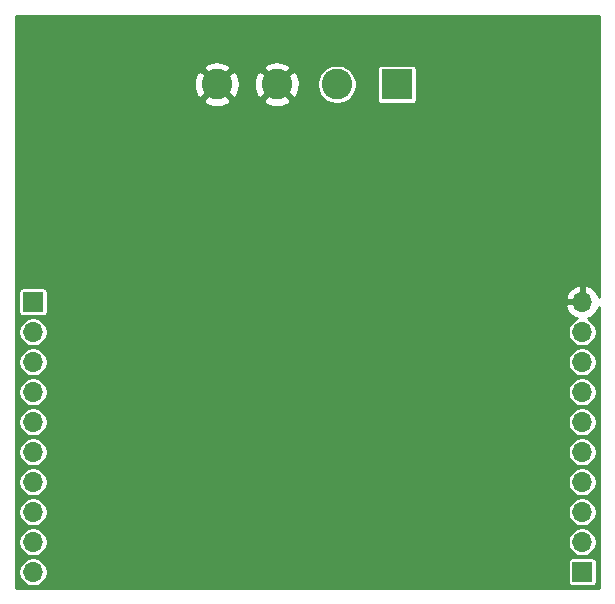
<source format=gbr>
%TF.GenerationSoftware,KiCad,Pcbnew,(5.1.10)-1*%
%TF.CreationDate,2022-09-18T09:09:27-05:00*%
%TF.ProjectId,curve_tracer,63757276-655f-4747-9261-6365722e6b69,A*%
%TF.SameCoordinates,Original*%
%TF.FileFunction,Copper,L2,Bot*%
%TF.FilePolarity,Positive*%
%FSLAX46Y46*%
G04 Gerber Fmt 4.6, Leading zero omitted, Abs format (unit mm)*
G04 Created by KiCad (PCBNEW (5.1.10)-1) date 2022-09-18 09:09:27*
%MOMM*%
%LPD*%
G01*
G04 APERTURE LIST*
%TA.AperFunction,ComponentPad*%
%ADD10R,2.600000X2.600000*%
%TD*%
%TA.AperFunction,ComponentPad*%
%ADD11C,2.600000*%
%TD*%
%TA.AperFunction,ComponentPad*%
%ADD12R,1.700000X1.700000*%
%TD*%
%TA.AperFunction,ComponentPad*%
%ADD13O,1.700000X1.700000*%
%TD*%
%TA.AperFunction,ViaPad*%
%ADD14C,0.508000*%
%TD*%
%TA.AperFunction,Conductor*%
%ADD15C,0.254000*%
%TD*%
%TA.AperFunction,Conductor*%
%ADD16C,0.100000*%
%TD*%
G04 APERTURE END LIST*
D10*
%TO.P,J1,1*%
%TO.N,Net-(J1-Pad1)*%
X157099000Y-90678000D03*
D11*
%TO.P,J1,2*%
X152019000Y-90678000D03*
%TO.P,J1,3*%
%TO.N,GND*%
X146939000Y-90678000D03*
%TO.P,J1,4*%
X141859000Y-90678000D03*
%TD*%
D12*
%TO.P,J3,1*%
%TO.N,LADDER_CLOCK*%
X172790000Y-131947500D03*
D13*
%TO.P,J3,2*%
%TO.N,Net-(J3-Pad2)*%
X172790000Y-129407500D03*
%TO.P,J3,3*%
%TO.N,Net-(J3-Pad3)*%
X172790000Y-126867500D03*
%TO.P,J3,4*%
%TO.N,Net-(J3-Pad4)*%
X172790000Y-124327500D03*
%TO.P,J3,5*%
%TO.N,LADDER_EN*%
X172790000Y-121787500D03*
%TO.P,J3,6*%
%TO.N,Net-(J3-Pad6)*%
X172790000Y-119247500D03*
%TO.P,J3,7*%
%TO.N,Net-(J3-Pad7)*%
X172790000Y-116707500D03*
%TO.P,J3,8*%
%TO.N,V_PANEL_MEASURE*%
X172790000Y-114167500D03*
%TO.P,J3,9*%
%TO.N,I_PANEL_MEASURE*%
X172790000Y-111627500D03*
%TO.P,J3,10*%
%TO.N,GND*%
X172790000Y-109087500D03*
%TD*%
D12*
%TO.P,J2,1*%
%TO.N,VBUS*%
X126290000Y-109087500D03*
D13*
%TO.P,J2,2*%
%TO.N,Net-(J2-Pad2)*%
X126290000Y-111627500D03*
%TO.P,J2,3*%
%TO.N,Net-(J2-Pad3)*%
X126290000Y-114167500D03*
%TO.P,J2,4*%
%TO.N,Net-(J2-Pad4)*%
X126290000Y-116707500D03*
%TO.P,J2,5*%
%TO.N,ANALOG_PWR_EN*%
X126290000Y-119247500D03*
%TO.P,J2,6*%
%TO.N,Net-(J2-Pad6)*%
X126290000Y-121787500D03*
%TO.P,J2,7*%
%TO.N,Net-(J2-Pad7)*%
X126290000Y-124327500D03*
%TO.P,J2,8*%
%TO.N,LADDER_RESET*%
X126290000Y-126867500D03*
%TO.P,J2,9*%
%TO.N,Net-(J2-Pad9)*%
X126290000Y-129407500D03*
%TO.P,J2,10*%
%TO.N,Net-(J2-Pad10)*%
X126290000Y-131947500D03*
%TD*%
D14*
%TO.N,GND*%
X144970500Y-114998500D03*
X157035500Y-118173500D03*
X135572500Y-108648500D03*
X139890500Y-108648500D03*
X144208500Y-108648500D03*
X148526500Y-108648500D03*
X152844500Y-108648500D03*
X157162500Y-108648500D03*
X161480500Y-108648500D03*
X165798500Y-108648500D03*
X132016500Y-109156500D03*
X155638500Y-100330000D03*
X152971500Y-103568500D03*
X148399500Y-104267000D03*
X170180000Y-109156500D03*
X134378700Y-92125800D03*
X136283700Y-90538300D03*
X158242000Y-100774500D03*
X165925500Y-107569000D03*
X131318000Y-89027000D03*
X129349500Y-93726000D03*
X130746500Y-95250000D03*
X170180000Y-116649500D03*
X151320500Y-120015000D03*
%TD*%
D15*
%TO.N,GND*%
X174219001Y-108689480D02*
X174186825Y-108583401D01*
X174061641Y-108320580D01*
X173887588Y-108087231D01*
X173671355Y-107892322D01*
X173421252Y-107743343D01*
X173146891Y-107646019D01*
X172917000Y-107766686D01*
X172917000Y-108960500D01*
X172937000Y-108960500D01*
X172937000Y-109214500D01*
X172917000Y-109214500D01*
X172917000Y-109234500D01*
X172663000Y-109234500D01*
X172663000Y-109214500D01*
X171469845Y-109214500D01*
X171348524Y-109444390D01*
X171393175Y-109591599D01*
X171518359Y-109854420D01*
X171692412Y-110087769D01*
X171908645Y-110282678D01*
X172158748Y-110431657D01*
X172321168Y-110489272D01*
X172206903Y-110536602D01*
X172005283Y-110671320D01*
X171833820Y-110842783D01*
X171699102Y-111044403D01*
X171606307Y-111268431D01*
X171559000Y-111506257D01*
X171559000Y-111748743D01*
X171606307Y-111986569D01*
X171699102Y-112210597D01*
X171833820Y-112412217D01*
X172005283Y-112583680D01*
X172206903Y-112718398D01*
X172430931Y-112811193D01*
X172668757Y-112858500D01*
X172911243Y-112858500D01*
X173149069Y-112811193D01*
X173373097Y-112718398D01*
X173574717Y-112583680D01*
X173746180Y-112412217D01*
X173880898Y-112210597D01*
X173973693Y-111986569D01*
X174021000Y-111748743D01*
X174021000Y-111506257D01*
X173973693Y-111268431D01*
X173880898Y-111044403D01*
X173746180Y-110842783D01*
X173574717Y-110671320D01*
X173373097Y-110536602D01*
X173258832Y-110489272D01*
X173421252Y-110431657D01*
X173671355Y-110282678D01*
X173887588Y-110087769D01*
X174061641Y-109854420D01*
X174186825Y-109591599D01*
X174219000Y-109485520D01*
X174219000Y-133325000D01*
X124866000Y-133325000D01*
X124866000Y-131826257D01*
X125059000Y-131826257D01*
X125059000Y-132068743D01*
X125106307Y-132306569D01*
X125199102Y-132530597D01*
X125333820Y-132732217D01*
X125505283Y-132903680D01*
X125706903Y-133038398D01*
X125930931Y-133131193D01*
X126168757Y-133178500D01*
X126411243Y-133178500D01*
X126649069Y-133131193D01*
X126873097Y-133038398D01*
X127074717Y-132903680D01*
X127246180Y-132732217D01*
X127380898Y-132530597D01*
X127473693Y-132306569D01*
X127521000Y-132068743D01*
X127521000Y-131826257D01*
X127473693Y-131588431D01*
X127380898Y-131364403D01*
X127246180Y-131162783D01*
X127180897Y-131097500D01*
X171557157Y-131097500D01*
X171557157Y-132797500D01*
X171564513Y-132872189D01*
X171586299Y-132944008D01*
X171621678Y-133010196D01*
X171669289Y-133068211D01*
X171727304Y-133115822D01*
X171793492Y-133151201D01*
X171865311Y-133172987D01*
X171940000Y-133180343D01*
X173640000Y-133180343D01*
X173714689Y-133172987D01*
X173786508Y-133151201D01*
X173852696Y-133115822D01*
X173910711Y-133068211D01*
X173958322Y-133010196D01*
X173993701Y-132944008D01*
X174015487Y-132872189D01*
X174022843Y-132797500D01*
X174022843Y-131097500D01*
X174015487Y-131022811D01*
X173993701Y-130950992D01*
X173958322Y-130884804D01*
X173910711Y-130826789D01*
X173852696Y-130779178D01*
X173786508Y-130743799D01*
X173714689Y-130722013D01*
X173640000Y-130714657D01*
X171940000Y-130714657D01*
X171865311Y-130722013D01*
X171793492Y-130743799D01*
X171727304Y-130779178D01*
X171669289Y-130826789D01*
X171621678Y-130884804D01*
X171586299Y-130950992D01*
X171564513Y-131022811D01*
X171557157Y-131097500D01*
X127180897Y-131097500D01*
X127074717Y-130991320D01*
X126873097Y-130856602D01*
X126649069Y-130763807D01*
X126411243Y-130716500D01*
X126168757Y-130716500D01*
X125930931Y-130763807D01*
X125706903Y-130856602D01*
X125505283Y-130991320D01*
X125333820Y-131162783D01*
X125199102Y-131364403D01*
X125106307Y-131588431D01*
X125059000Y-131826257D01*
X124866000Y-131826257D01*
X124866000Y-129286257D01*
X125059000Y-129286257D01*
X125059000Y-129528743D01*
X125106307Y-129766569D01*
X125199102Y-129990597D01*
X125333820Y-130192217D01*
X125505283Y-130363680D01*
X125706903Y-130498398D01*
X125930931Y-130591193D01*
X126168757Y-130638500D01*
X126411243Y-130638500D01*
X126649069Y-130591193D01*
X126873097Y-130498398D01*
X127074717Y-130363680D01*
X127246180Y-130192217D01*
X127380898Y-129990597D01*
X127473693Y-129766569D01*
X127521000Y-129528743D01*
X127521000Y-129286257D01*
X171559000Y-129286257D01*
X171559000Y-129528743D01*
X171606307Y-129766569D01*
X171699102Y-129990597D01*
X171833820Y-130192217D01*
X172005283Y-130363680D01*
X172206903Y-130498398D01*
X172430931Y-130591193D01*
X172668757Y-130638500D01*
X172911243Y-130638500D01*
X173149069Y-130591193D01*
X173373097Y-130498398D01*
X173574717Y-130363680D01*
X173746180Y-130192217D01*
X173880898Y-129990597D01*
X173973693Y-129766569D01*
X174021000Y-129528743D01*
X174021000Y-129286257D01*
X173973693Y-129048431D01*
X173880898Y-128824403D01*
X173746180Y-128622783D01*
X173574717Y-128451320D01*
X173373097Y-128316602D01*
X173149069Y-128223807D01*
X172911243Y-128176500D01*
X172668757Y-128176500D01*
X172430931Y-128223807D01*
X172206903Y-128316602D01*
X172005283Y-128451320D01*
X171833820Y-128622783D01*
X171699102Y-128824403D01*
X171606307Y-129048431D01*
X171559000Y-129286257D01*
X127521000Y-129286257D01*
X127473693Y-129048431D01*
X127380898Y-128824403D01*
X127246180Y-128622783D01*
X127074717Y-128451320D01*
X126873097Y-128316602D01*
X126649069Y-128223807D01*
X126411243Y-128176500D01*
X126168757Y-128176500D01*
X125930931Y-128223807D01*
X125706903Y-128316602D01*
X125505283Y-128451320D01*
X125333820Y-128622783D01*
X125199102Y-128824403D01*
X125106307Y-129048431D01*
X125059000Y-129286257D01*
X124866000Y-129286257D01*
X124866000Y-126746257D01*
X125059000Y-126746257D01*
X125059000Y-126988743D01*
X125106307Y-127226569D01*
X125199102Y-127450597D01*
X125333820Y-127652217D01*
X125505283Y-127823680D01*
X125706903Y-127958398D01*
X125930931Y-128051193D01*
X126168757Y-128098500D01*
X126411243Y-128098500D01*
X126649069Y-128051193D01*
X126873097Y-127958398D01*
X127074717Y-127823680D01*
X127246180Y-127652217D01*
X127380898Y-127450597D01*
X127473693Y-127226569D01*
X127521000Y-126988743D01*
X127521000Y-126746257D01*
X171559000Y-126746257D01*
X171559000Y-126988743D01*
X171606307Y-127226569D01*
X171699102Y-127450597D01*
X171833820Y-127652217D01*
X172005283Y-127823680D01*
X172206903Y-127958398D01*
X172430931Y-128051193D01*
X172668757Y-128098500D01*
X172911243Y-128098500D01*
X173149069Y-128051193D01*
X173373097Y-127958398D01*
X173574717Y-127823680D01*
X173746180Y-127652217D01*
X173880898Y-127450597D01*
X173973693Y-127226569D01*
X174021000Y-126988743D01*
X174021000Y-126746257D01*
X173973693Y-126508431D01*
X173880898Y-126284403D01*
X173746180Y-126082783D01*
X173574717Y-125911320D01*
X173373097Y-125776602D01*
X173149069Y-125683807D01*
X172911243Y-125636500D01*
X172668757Y-125636500D01*
X172430931Y-125683807D01*
X172206903Y-125776602D01*
X172005283Y-125911320D01*
X171833820Y-126082783D01*
X171699102Y-126284403D01*
X171606307Y-126508431D01*
X171559000Y-126746257D01*
X127521000Y-126746257D01*
X127473693Y-126508431D01*
X127380898Y-126284403D01*
X127246180Y-126082783D01*
X127074717Y-125911320D01*
X126873097Y-125776602D01*
X126649069Y-125683807D01*
X126411243Y-125636500D01*
X126168757Y-125636500D01*
X125930931Y-125683807D01*
X125706903Y-125776602D01*
X125505283Y-125911320D01*
X125333820Y-126082783D01*
X125199102Y-126284403D01*
X125106307Y-126508431D01*
X125059000Y-126746257D01*
X124866000Y-126746257D01*
X124866000Y-124206257D01*
X125059000Y-124206257D01*
X125059000Y-124448743D01*
X125106307Y-124686569D01*
X125199102Y-124910597D01*
X125333820Y-125112217D01*
X125505283Y-125283680D01*
X125706903Y-125418398D01*
X125930931Y-125511193D01*
X126168757Y-125558500D01*
X126411243Y-125558500D01*
X126649069Y-125511193D01*
X126873097Y-125418398D01*
X127074717Y-125283680D01*
X127246180Y-125112217D01*
X127380898Y-124910597D01*
X127473693Y-124686569D01*
X127521000Y-124448743D01*
X127521000Y-124206257D01*
X171559000Y-124206257D01*
X171559000Y-124448743D01*
X171606307Y-124686569D01*
X171699102Y-124910597D01*
X171833820Y-125112217D01*
X172005283Y-125283680D01*
X172206903Y-125418398D01*
X172430931Y-125511193D01*
X172668757Y-125558500D01*
X172911243Y-125558500D01*
X173149069Y-125511193D01*
X173373097Y-125418398D01*
X173574717Y-125283680D01*
X173746180Y-125112217D01*
X173880898Y-124910597D01*
X173973693Y-124686569D01*
X174021000Y-124448743D01*
X174021000Y-124206257D01*
X173973693Y-123968431D01*
X173880898Y-123744403D01*
X173746180Y-123542783D01*
X173574717Y-123371320D01*
X173373097Y-123236602D01*
X173149069Y-123143807D01*
X172911243Y-123096500D01*
X172668757Y-123096500D01*
X172430931Y-123143807D01*
X172206903Y-123236602D01*
X172005283Y-123371320D01*
X171833820Y-123542783D01*
X171699102Y-123744403D01*
X171606307Y-123968431D01*
X171559000Y-124206257D01*
X127521000Y-124206257D01*
X127473693Y-123968431D01*
X127380898Y-123744403D01*
X127246180Y-123542783D01*
X127074717Y-123371320D01*
X126873097Y-123236602D01*
X126649069Y-123143807D01*
X126411243Y-123096500D01*
X126168757Y-123096500D01*
X125930931Y-123143807D01*
X125706903Y-123236602D01*
X125505283Y-123371320D01*
X125333820Y-123542783D01*
X125199102Y-123744403D01*
X125106307Y-123968431D01*
X125059000Y-124206257D01*
X124866000Y-124206257D01*
X124866000Y-121666257D01*
X125059000Y-121666257D01*
X125059000Y-121908743D01*
X125106307Y-122146569D01*
X125199102Y-122370597D01*
X125333820Y-122572217D01*
X125505283Y-122743680D01*
X125706903Y-122878398D01*
X125930931Y-122971193D01*
X126168757Y-123018500D01*
X126411243Y-123018500D01*
X126649069Y-122971193D01*
X126873097Y-122878398D01*
X127074717Y-122743680D01*
X127246180Y-122572217D01*
X127380898Y-122370597D01*
X127473693Y-122146569D01*
X127521000Y-121908743D01*
X127521000Y-121666257D01*
X171559000Y-121666257D01*
X171559000Y-121908743D01*
X171606307Y-122146569D01*
X171699102Y-122370597D01*
X171833820Y-122572217D01*
X172005283Y-122743680D01*
X172206903Y-122878398D01*
X172430931Y-122971193D01*
X172668757Y-123018500D01*
X172911243Y-123018500D01*
X173149069Y-122971193D01*
X173373097Y-122878398D01*
X173574717Y-122743680D01*
X173746180Y-122572217D01*
X173880898Y-122370597D01*
X173973693Y-122146569D01*
X174021000Y-121908743D01*
X174021000Y-121666257D01*
X173973693Y-121428431D01*
X173880898Y-121204403D01*
X173746180Y-121002783D01*
X173574717Y-120831320D01*
X173373097Y-120696602D01*
X173149069Y-120603807D01*
X172911243Y-120556500D01*
X172668757Y-120556500D01*
X172430931Y-120603807D01*
X172206903Y-120696602D01*
X172005283Y-120831320D01*
X171833820Y-121002783D01*
X171699102Y-121204403D01*
X171606307Y-121428431D01*
X171559000Y-121666257D01*
X127521000Y-121666257D01*
X127473693Y-121428431D01*
X127380898Y-121204403D01*
X127246180Y-121002783D01*
X127074717Y-120831320D01*
X126873097Y-120696602D01*
X126649069Y-120603807D01*
X126411243Y-120556500D01*
X126168757Y-120556500D01*
X125930931Y-120603807D01*
X125706903Y-120696602D01*
X125505283Y-120831320D01*
X125333820Y-121002783D01*
X125199102Y-121204403D01*
X125106307Y-121428431D01*
X125059000Y-121666257D01*
X124866000Y-121666257D01*
X124866000Y-119126257D01*
X125059000Y-119126257D01*
X125059000Y-119368743D01*
X125106307Y-119606569D01*
X125199102Y-119830597D01*
X125333820Y-120032217D01*
X125505283Y-120203680D01*
X125706903Y-120338398D01*
X125930931Y-120431193D01*
X126168757Y-120478500D01*
X126411243Y-120478500D01*
X126649069Y-120431193D01*
X126873097Y-120338398D01*
X127074717Y-120203680D01*
X127246180Y-120032217D01*
X127380898Y-119830597D01*
X127473693Y-119606569D01*
X127521000Y-119368743D01*
X127521000Y-119126257D01*
X171559000Y-119126257D01*
X171559000Y-119368743D01*
X171606307Y-119606569D01*
X171699102Y-119830597D01*
X171833820Y-120032217D01*
X172005283Y-120203680D01*
X172206903Y-120338398D01*
X172430931Y-120431193D01*
X172668757Y-120478500D01*
X172911243Y-120478500D01*
X173149069Y-120431193D01*
X173373097Y-120338398D01*
X173574717Y-120203680D01*
X173746180Y-120032217D01*
X173880898Y-119830597D01*
X173973693Y-119606569D01*
X174021000Y-119368743D01*
X174021000Y-119126257D01*
X173973693Y-118888431D01*
X173880898Y-118664403D01*
X173746180Y-118462783D01*
X173574717Y-118291320D01*
X173373097Y-118156602D01*
X173149069Y-118063807D01*
X172911243Y-118016500D01*
X172668757Y-118016500D01*
X172430931Y-118063807D01*
X172206903Y-118156602D01*
X172005283Y-118291320D01*
X171833820Y-118462783D01*
X171699102Y-118664403D01*
X171606307Y-118888431D01*
X171559000Y-119126257D01*
X127521000Y-119126257D01*
X127473693Y-118888431D01*
X127380898Y-118664403D01*
X127246180Y-118462783D01*
X127074717Y-118291320D01*
X126873097Y-118156602D01*
X126649069Y-118063807D01*
X126411243Y-118016500D01*
X126168757Y-118016500D01*
X125930931Y-118063807D01*
X125706903Y-118156602D01*
X125505283Y-118291320D01*
X125333820Y-118462783D01*
X125199102Y-118664403D01*
X125106307Y-118888431D01*
X125059000Y-119126257D01*
X124866000Y-119126257D01*
X124866000Y-116586257D01*
X125059000Y-116586257D01*
X125059000Y-116828743D01*
X125106307Y-117066569D01*
X125199102Y-117290597D01*
X125333820Y-117492217D01*
X125505283Y-117663680D01*
X125706903Y-117798398D01*
X125930931Y-117891193D01*
X126168757Y-117938500D01*
X126411243Y-117938500D01*
X126649069Y-117891193D01*
X126873097Y-117798398D01*
X127074717Y-117663680D01*
X127246180Y-117492217D01*
X127380898Y-117290597D01*
X127473693Y-117066569D01*
X127521000Y-116828743D01*
X127521000Y-116586257D01*
X171559000Y-116586257D01*
X171559000Y-116828743D01*
X171606307Y-117066569D01*
X171699102Y-117290597D01*
X171833820Y-117492217D01*
X172005283Y-117663680D01*
X172206903Y-117798398D01*
X172430931Y-117891193D01*
X172668757Y-117938500D01*
X172911243Y-117938500D01*
X173149069Y-117891193D01*
X173373097Y-117798398D01*
X173574717Y-117663680D01*
X173746180Y-117492217D01*
X173880898Y-117290597D01*
X173973693Y-117066569D01*
X174021000Y-116828743D01*
X174021000Y-116586257D01*
X173973693Y-116348431D01*
X173880898Y-116124403D01*
X173746180Y-115922783D01*
X173574717Y-115751320D01*
X173373097Y-115616602D01*
X173149069Y-115523807D01*
X172911243Y-115476500D01*
X172668757Y-115476500D01*
X172430931Y-115523807D01*
X172206903Y-115616602D01*
X172005283Y-115751320D01*
X171833820Y-115922783D01*
X171699102Y-116124403D01*
X171606307Y-116348431D01*
X171559000Y-116586257D01*
X127521000Y-116586257D01*
X127473693Y-116348431D01*
X127380898Y-116124403D01*
X127246180Y-115922783D01*
X127074717Y-115751320D01*
X126873097Y-115616602D01*
X126649069Y-115523807D01*
X126411243Y-115476500D01*
X126168757Y-115476500D01*
X125930931Y-115523807D01*
X125706903Y-115616602D01*
X125505283Y-115751320D01*
X125333820Y-115922783D01*
X125199102Y-116124403D01*
X125106307Y-116348431D01*
X125059000Y-116586257D01*
X124866000Y-116586257D01*
X124866000Y-114046257D01*
X125059000Y-114046257D01*
X125059000Y-114288743D01*
X125106307Y-114526569D01*
X125199102Y-114750597D01*
X125333820Y-114952217D01*
X125505283Y-115123680D01*
X125706903Y-115258398D01*
X125930931Y-115351193D01*
X126168757Y-115398500D01*
X126411243Y-115398500D01*
X126649069Y-115351193D01*
X126873097Y-115258398D01*
X127074717Y-115123680D01*
X127246180Y-114952217D01*
X127380898Y-114750597D01*
X127473693Y-114526569D01*
X127521000Y-114288743D01*
X127521000Y-114046257D01*
X171559000Y-114046257D01*
X171559000Y-114288743D01*
X171606307Y-114526569D01*
X171699102Y-114750597D01*
X171833820Y-114952217D01*
X172005283Y-115123680D01*
X172206903Y-115258398D01*
X172430931Y-115351193D01*
X172668757Y-115398500D01*
X172911243Y-115398500D01*
X173149069Y-115351193D01*
X173373097Y-115258398D01*
X173574717Y-115123680D01*
X173746180Y-114952217D01*
X173880898Y-114750597D01*
X173973693Y-114526569D01*
X174021000Y-114288743D01*
X174021000Y-114046257D01*
X173973693Y-113808431D01*
X173880898Y-113584403D01*
X173746180Y-113382783D01*
X173574717Y-113211320D01*
X173373097Y-113076602D01*
X173149069Y-112983807D01*
X172911243Y-112936500D01*
X172668757Y-112936500D01*
X172430931Y-112983807D01*
X172206903Y-113076602D01*
X172005283Y-113211320D01*
X171833820Y-113382783D01*
X171699102Y-113584403D01*
X171606307Y-113808431D01*
X171559000Y-114046257D01*
X127521000Y-114046257D01*
X127473693Y-113808431D01*
X127380898Y-113584403D01*
X127246180Y-113382783D01*
X127074717Y-113211320D01*
X126873097Y-113076602D01*
X126649069Y-112983807D01*
X126411243Y-112936500D01*
X126168757Y-112936500D01*
X125930931Y-112983807D01*
X125706903Y-113076602D01*
X125505283Y-113211320D01*
X125333820Y-113382783D01*
X125199102Y-113584403D01*
X125106307Y-113808431D01*
X125059000Y-114046257D01*
X124866000Y-114046257D01*
X124866000Y-111506257D01*
X125059000Y-111506257D01*
X125059000Y-111748743D01*
X125106307Y-111986569D01*
X125199102Y-112210597D01*
X125333820Y-112412217D01*
X125505283Y-112583680D01*
X125706903Y-112718398D01*
X125930931Y-112811193D01*
X126168757Y-112858500D01*
X126411243Y-112858500D01*
X126649069Y-112811193D01*
X126873097Y-112718398D01*
X127074717Y-112583680D01*
X127246180Y-112412217D01*
X127380898Y-112210597D01*
X127473693Y-111986569D01*
X127521000Y-111748743D01*
X127521000Y-111506257D01*
X127473693Y-111268431D01*
X127380898Y-111044403D01*
X127246180Y-110842783D01*
X127074717Y-110671320D01*
X126873097Y-110536602D01*
X126649069Y-110443807D01*
X126411243Y-110396500D01*
X126168757Y-110396500D01*
X125930931Y-110443807D01*
X125706903Y-110536602D01*
X125505283Y-110671320D01*
X125333820Y-110842783D01*
X125199102Y-111044403D01*
X125106307Y-111268431D01*
X125059000Y-111506257D01*
X124866000Y-111506257D01*
X124866000Y-108237500D01*
X125057157Y-108237500D01*
X125057157Y-109937500D01*
X125064513Y-110012189D01*
X125086299Y-110084008D01*
X125121678Y-110150196D01*
X125169289Y-110208211D01*
X125227304Y-110255822D01*
X125293492Y-110291201D01*
X125365311Y-110312987D01*
X125440000Y-110320343D01*
X127140000Y-110320343D01*
X127214689Y-110312987D01*
X127286508Y-110291201D01*
X127352696Y-110255822D01*
X127410711Y-110208211D01*
X127458322Y-110150196D01*
X127493701Y-110084008D01*
X127515487Y-110012189D01*
X127522843Y-109937500D01*
X127522843Y-108730610D01*
X171348524Y-108730610D01*
X171469845Y-108960500D01*
X172663000Y-108960500D01*
X172663000Y-107766686D01*
X172433109Y-107646019D01*
X172158748Y-107743343D01*
X171908645Y-107892322D01*
X171692412Y-108087231D01*
X171518359Y-108320580D01*
X171393175Y-108583401D01*
X171348524Y-108730610D01*
X127522843Y-108730610D01*
X127522843Y-108237500D01*
X127515487Y-108162811D01*
X127493701Y-108090992D01*
X127458322Y-108024804D01*
X127410711Y-107966789D01*
X127352696Y-107919178D01*
X127286508Y-107883799D01*
X127214689Y-107862013D01*
X127140000Y-107854657D01*
X125440000Y-107854657D01*
X125365311Y-107862013D01*
X125293492Y-107883799D01*
X125227304Y-107919178D01*
X125169289Y-107966789D01*
X125121678Y-108024804D01*
X125086299Y-108090992D01*
X125064513Y-108162811D01*
X125057157Y-108237500D01*
X124866000Y-108237500D01*
X124866000Y-92027224D01*
X140689381Y-92027224D01*
X140821317Y-92322312D01*
X141162045Y-92493159D01*
X141529557Y-92594250D01*
X141909729Y-92621701D01*
X142287951Y-92574457D01*
X142649690Y-92454333D01*
X142896683Y-92322312D01*
X143028619Y-92027224D01*
X145769381Y-92027224D01*
X145901317Y-92322312D01*
X146242045Y-92493159D01*
X146609557Y-92594250D01*
X146989729Y-92621701D01*
X147367951Y-92574457D01*
X147729690Y-92454333D01*
X147976683Y-92322312D01*
X148108619Y-92027224D01*
X146939000Y-90857605D01*
X145769381Y-92027224D01*
X143028619Y-92027224D01*
X141859000Y-90857605D01*
X140689381Y-92027224D01*
X124866000Y-92027224D01*
X124866000Y-90728729D01*
X139915299Y-90728729D01*
X139962543Y-91106951D01*
X140082667Y-91468690D01*
X140214688Y-91715683D01*
X140509776Y-91847619D01*
X141679395Y-90678000D01*
X142038605Y-90678000D01*
X143208224Y-91847619D01*
X143503312Y-91715683D01*
X143674159Y-91374955D01*
X143775250Y-91007443D01*
X143795375Y-90728729D01*
X144995299Y-90728729D01*
X145042543Y-91106951D01*
X145162667Y-91468690D01*
X145294688Y-91715683D01*
X145589776Y-91847619D01*
X146759395Y-90678000D01*
X147118605Y-90678000D01*
X148288224Y-91847619D01*
X148583312Y-91715683D01*
X148754159Y-91374955D01*
X148855250Y-91007443D01*
X148882701Y-90627271D01*
X148868357Y-90512436D01*
X150338000Y-90512436D01*
X150338000Y-90843564D01*
X150402600Y-91168330D01*
X150529317Y-91474252D01*
X150713282Y-91749575D01*
X150947425Y-91983718D01*
X151222748Y-92167683D01*
X151528670Y-92294400D01*
X151853436Y-92359000D01*
X152184564Y-92359000D01*
X152509330Y-92294400D01*
X152815252Y-92167683D01*
X153090575Y-91983718D01*
X153324718Y-91749575D01*
X153508683Y-91474252D01*
X153635400Y-91168330D01*
X153700000Y-90843564D01*
X153700000Y-90512436D01*
X153635400Y-90187670D01*
X153508683Y-89881748D01*
X153324718Y-89606425D01*
X153096293Y-89378000D01*
X155416157Y-89378000D01*
X155416157Y-91978000D01*
X155423513Y-92052689D01*
X155445299Y-92124508D01*
X155480678Y-92190696D01*
X155528289Y-92248711D01*
X155586304Y-92296322D01*
X155652492Y-92331701D01*
X155724311Y-92353487D01*
X155799000Y-92360843D01*
X158399000Y-92360843D01*
X158473689Y-92353487D01*
X158545508Y-92331701D01*
X158611696Y-92296322D01*
X158669711Y-92248711D01*
X158717322Y-92190696D01*
X158752701Y-92124508D01*
X158774487Y-92052689D01*
X158781843Y-91978000D01*
X158781843Y-89378000D01*
X158774487Y-89303311D01*
X158752701Y-89231492D01*
X158717322Y-89165304D01*
X158669711Y-89107289D01*
X158611696Y-89059678D01*
X158545508Y-89024299D01*
X158473689Y-89002513D01*
X158399000Y-88995157D01*
X155799000Y-88995157D01*
X155724311Y-89002513D01*
X155652492Y-89024299D01*
X155586304Y-89059678D01*
X155528289Y-89107289D01*
X155480678Y-89165304D01*
X155445299Y-89231492D01*
X155423513Y-89303311D01*
X155416157Y-89378000D01*
X153096293Y-89378000D01*
X153090575Y-89372282D01*
X152815252Y-89188317D01*
X152509330Y-89061600D01*
X152184564Y-88997000D01*
X151853436Y-88997000D01*
X151528670Y-89061600D01*
X151222748Y-89188317D01*
X150947425Y-89372282D01*
X150713282Y-89606425D01*
X150529317Y-89881748D01*
X150402600Y-90187670D01*
X150338000Y-90512436D01*
X148868357Y-90512436D01*
X148835457Y-90249049D01*
X148715333Y-89887310D01*
X148583312Y-89640317D01*
X148288224Y-89508381D01*
X147118605Y-90678000D01*
X146759395Y-90678000D01*
X145589776Y-89508381D01*
X145294688Y-89640317D01*
X145123841Y-89981045D01*
X145022750Y-90348557D01*
X144995299Y-90728729D01*
X143795375Y-90728729D01*
X143802701Y-90627271D01*
X143755457Y-90249049D01*
X143635333Y-89887310D01*
X143503312Y-89640317D01*
X143208224Y-89508381D01*
X142038605Y-90678000D01*
X141679395Y-90678000D01*
X140509776Y-89508381D01*
X140214688Y-89640317D01*
X140043841Y-89981045D01*
X139942750Y-90348557D01*
X139915299Y-90728729D01*
X124866000Y-90728729D01*
X124866000Y-89328776D01*
X140689381Y-89328776D01*
X141859000Y-90498395D01*
X143028619Y-89328776D01*
X145769381Y-89328776D01*
X146939000Y-90498395D01*
X148108619Y-89328776D01*
X147976683Y-89033688D01*
X147635955Y-88862841D01*
X147268443Y-88761750D01*
X146888271Y-88734299D01*
X146510049Y-88781543D01*
X146148310Y-88901667D01*
X145901317Y-89033688D01*
X145769381Y-89328776D01*
X143028619Y-89328776D01*
X142896683Y-89033688D01*
X142555955Y-88862841D01*
X142188443Y-88761750D01*
X141808271Y-88734299D01*
X141430049Y-88781543D01*
X141068310Y-88901667D01*
X140821317Y-89033688D01*
X140689381Y-89328776D01*
X124866000Y-89328776D01*
X124866000Y-84860500D01*
X174219001Y-84860500D01*
X174219001Y-108689480D01*
%TA.AperFunction,Conductor*%
D16*
G36*
X174219001Y-108689480D02*
G01*
X174186825Y-108583401D01*
X174061641Y-108320580D01*
X173887588Y-108087231D01*
X173671355Y-107892322D01*
X173421252Y-107743343D01*
X173146891Y-107646019D01*
X172917000Y-107766686D01*
X172917000Y-108960500D01*
X172937000Y-108960500D01*
X172937000Y-109214500D01*
X172917000Y-109214500D01*
X172917000Y-109234500D01*
X172663000Y-109234500D01*
X172663000Y-109214500D01*
X171469845Y-109214500D01*
X171348524Y-109444390D01*
X171393175Y-109591599D01*
X171518359Y-109854420D01*
X171692412Y-110087769D01*
X171908645Y-110282678D01*
X172158748Y-110431657D01*
X172321168Y-110489272D01*
X172206903Y-110536602D01*
X172005283Y-110671320D01*
X171833820Y-110842783D01*
X171699102Y-111044403D01*
X171606307Y-111268431D01*
X171559000Y-111506257D01*
X171559000Y-111748743D01*
X171606307Y-111986569D01*
X171699102Y-112210597D01*
X171833820Y-112412217D01*
X172005283Y-112583680D01*
X172206903Y-112718398D01*
X172430931Y-112811193D01*
X172668757Y-112858500D01*
X172911243Y-112858500D01*
X173149069Y-112811193D01*
X173373097Y-112718398D01*
X173574717Y-112583680D01*
X173746180Y-112412217D01*
X173880898Y-112210597D01*
X173973693Y-111986569D01*
X174021000Y-111748743D01*
X174021000Y-111506257D01*
X173973693Y-111268431D01*
X173880898Y-111044403D01*
X173746180Y-110842783D01*
X173574717Y-110671320D01*
X173373097Y-110536602D01*
X173258832Y-110489272D01*
X173421252Y-110431657D01*
X173671355Y-110282678D01*
X173887588Y-110087769D01*
X174061641Y-109854420D01*
X174186825Y-109591599D01*
X174219000Y-109485520D01*
X174219000Y-133325000D01*
X124866000Y-133325000D01*
X124866000Y-131826257D01*
X125059000Y-131826257D01*
X125059000Y-132068743D01*
X125106307Y-132306569D01*
X125199102Y-132530597D01*
X125333820Y-132732217D01*
X125505283Y-132903680D01*
X125706903Y-133038398D01*
X125930931Y-133131193D01*
X126168757Y-133178500D01*
X126411243Y-133178500D01*
X126649069Y-133131193D01*
X126873097Y-133038398D01*
X127074717Y-132903680D01*
X127246180Y-132732217D01*
X127380898Y-132530597D01*
X127473693Y-132306569D01*
X127521000Y-132068743D01*
X127521000Y-131826257D01*
X127473693Y-131588431D01*
X127380898Y-131364403D01*
X127246180Y-131162783D01*
X127180897Y-131097500D01*
X171557157Y-131097500D01*
X171557157Y-132797500D01*
X171564513Y-132872189D01*
X171586299Y-132944008D01*
X171621678Y-133010196D01*
X171669289Y-133068211D01*
X171727304Y-133115822D01*
X171793492Y-133151201D01*
X171865311Y-133172987D01*
X171940000Y-133180343D01*
X173640000Y-133180343D01*
X173714689Y-133172987D01*
X173786508Y-133151201D01*
X173852696Y-133115822D01*
X173910711Y-133068211D01*
X173958322Y-133010196D01*
X173993701Y-132944008D01*
X174015487Y-132872189D01*
X174022843Y-132797500D01*
X174022843Y-131097500D01*
X174015487Y-131022811D01*
X173993701Y-130950992D01*
X173958322Y-130884804D01*
X173910711Y-130826789D01*
X173852696Y-130779178D01*
X173786508Y-130743799D01*
X173714689Y-130722013D01*
X173640000Y-130714657D01*
X171940000Y-130714657D01*
X171865311Y-130722013D01*
X171793492Y-130743799D01*
X171727304Y-130779178D01*
X171669289Y-130826789D01*
X171621678Y-130884804D01*
X171586299Y-130950992D01*
X171564513Y-131022811D01*
X171557157Y-131097500D01*
X127180897Y-131097500D01*
X127074717Y-130991320D01*
X126873097Y-130856602D01*
X126649069Y-130763807D01*
X126411243Y-130716500D01*
X126168757Y-130716500D01*
X125930931Y-130763807D01*
X125706903Y-130856602D01*
X125505283Y-130991320D01*
X125333820Y-131162783D01*
X125199102Y-131364403D01*
X125106307Y-131588431D01*
X125059000Y-131826257D01*
X124866000Y-131826257D01*
X124866000Y-129286257D01*
X125059000Y-129286257D01*
X125059000Y-129528743D01*
X125106307Y-129766569D01*
X125199102Y-129990597D01*
X125333820Y-130192217D01*
X125505283Y-130363680D01*
X125706903Y-130498398D01*
X125930931Y-130591193D01*
X126168757Y-130638500D01*
X126411243Y-130638500D01*
X126649069Y-130591193D01*
X126873097Y-130498398D01*
X127074717Y-130363680D01*
X127246180Y-130192217D01*
X127380898Y-129990597D01*
X127473693Y-129766569D01*
X127521000Y-129528743D01*
X127521000Y-129286257D01*
X171559000Y-129286257D01*
X171559000Y-129528743D01*
X171606307Y-129766569D01*
X171699102Y-129990597D01*
X171833820Y-130192217D01*
X172005283Y-130363680D01*
X172206903Y-130498398D01*
X172430931Y-130591193D01*
X172668757Y-130638500D01*
X172911243Y-130638500D01*
X173149069Y-130591193D01*
X173373097Y-130498398D01*
X173574717Y-130363680D01*
X173746180Y-130192217D01*
X173880898Y-129990597D01*
X173973693Y-129766569D01*
X174021000Y-129528743D01*
X174021000Y-129286257D01*
X173973693Y-129048431D01*
X173880898Y-128824403D01*
X173746180Y-128622783D01*
X173574717Y-128451320D01*
X173373097Y-128316602D01*
X173149069Y-128223807D01*
X172911243Y-128176500D01*
X172668757Y-128176500D01*
X172430931Y-128223807D01*
X172206903Y-128316602D01*
X172005283Y-128451320D01*
X171833820Y-128622783D01*
X171699102Y-128824403D01*
X171606307Y-129048431D01*
X171559000Y-129286257D01*
X127521000Y-129286257D01*
X127473693Y-129048431D01*
X127380898Y-128824403D01*
X127246180Y-128622783D01*
X127074717Y-128451320D01*
X126873097Y-128316602D01*
X126649069Y-128223807D01*
X126411243Y-128176500D01*
X126168757Y-128176500D01*
X125930931Y-128223807D01*
X125706903Y-128316602D01*
X125505283Y-128451320D01*
X125333820Y-128622783D01*
X125199102Y-128824403D01*
X125106307Y-129048431D01*
X125059000Y-129286257D01*
X124866000Y-129286257D01*
X124866000Y-126746257D01*
X125059000Y-126746257D01*
X125059000Y-126988743D01*
X125106307Y-127226569D01*
X125199102Y-127450597D01*
X125333820Y-127652217D01*
X125505283Y-127823680D01*
X125706903Y-127958398D01*
X125930931Y-128051193D01*
X126168757Y-128098500D01*
X126411243Y-128098500D01*
X126649069Y-128051193D01*
X126873097Y-127958398D01*
X127074717Y-127823680D01*
X127246180Y-127652217D01*
X127380898Y-127450597D01*
X127473693Y-127226569D01*
X127521000Y-126988743D01*
X127521000Y-126746257D01*
X171559000Y-126746257D01*
X171559000Y-126988743D01*
X171606307Y-127226569D01*
X171699102Y-127450597D01*
X171833820Y-127652217D01*
X172005283Y-127823680D01*
X172206903Y-127958398D01*
X172430931Y-128051193D01*
X172668757Y-128098500D01*
X172911243Y-128098500D01*
X173149069Y-128051193D01*
X173373097Y-127958398D01*
X173574717Y-127823680D01*
X173746180Y-127652217D01*
X173880898Y-127450597D01*
X173973693Y-127226569D01*
X174021000Y-126988743D01*
X174021000Y-126746257D01*
X173973693Y-126508431D01*
X173880898Y-126284403D01*
X173746180Y-126082783D01*
X173574717Y-125911320D01*
X173373097Y-125776602D01*
X173149069Y-125683807D01*
X172911243Y-125636500D01*
X172668757Y-125636500D01*
X172430931Y-125683807D01*
X172206903Y-125776602D01*
X172005283Y-125911320D01*
X171833820Y-126082783D01*
X171699102Y-126284403D01*
X171606307Y-126508431D01*
X171559000Y-126746257D01*
X127521000Y-126746257D01*
X127473693Y-126508431D01*
X127380898Y-126284403D01*
X127246180Y-126082783D01*
X127074717Y-125911320D01*
X126873097Y-125776602D01*
X126649069Y-125683807D01*
X126411243Y-125636500D01*
X126168757Y-125636500D01*
X125930931Y-125683807D01*
X125706903Y-125776602D01*
X125505283Y-125911320D01*
X125333820Y-126082783D01*
X125199102Y-126284403D01*
X125106307Y-126508431D01*
X125059000Y-126746257D01*
X124866000Y-126746257D01*
X124866000Y-124206257D01*
X125059000Y-124206257D01*
X125059000Y-124448743D01*
X125106307Y-124686569D01*
X125199102Y-124910597D01*
X125333820Y-125112217D01*
X125505283Y-125283680D01*
X125706903Y-125418398D01*
X125930931Y-125511193D01*
X126168757Y-125558500D01*
X126411243Y-125558500D01*
X126649069Y-125511193D01*
X126873097Y-125418398D01*
X127074717Y-125283680D01*
X127246180Y-125112217D01*
X127380898Y-124910597D01*
X127473693Y-124686569D01*
X127521000Y-124448743D01*
X127521000Y-124206257D01*
X171559000Y-124206257D01*
X171559000Y-124448743D01*
X171606307Y-124686569D01*
X171699102Y-124910597D01*
X171833820Y-125112217D01*
X172005283Y-125283680D01*
X172206903Y-125418398D01*
X172430931Y-125511193D01*
X172668757Y-125558500D01*
X172911243Y-125558500D01*
X173149069Y-125511193D01*
X173373097Y-125418398D01*
X173574717Y-125283680D01*
X173746180Y-125112217D01*
X173880898Y-124910597D01*
X173973693Y-124686569D01*
X174021000Y-124448743D01*
X174021000Y-124206257D01*
X173973693Y-123968431D01*
X173880898Y-123744403D01*
X173746180Y-123542783D01*
X173574717Y-123371320D01*
X173373097Y-123236602D01*
X173149069Y-123143807D01*
X172911243Y-123096500D01*
X172668757Y-123096500D01*
X172430931Y-123143807D01*
X172206903Y-123236602D01*
X172005283Y-123371320D01*
X171833820Y-123542783D01*
X171699102Y-123744403D01*
X171606307Y-123968431D01*
X171559000Y-124206257D01*
X127521000Y-124206257D01*
X127473693Y-123968431D01*
X127380898Y-123744403D01*
X127246180Y-123542783D01*
X127074717Y-123371320D01*
X126873097Y-123236602D01*
X126649069Y-123143807D01*
X126411243Y-123096500D01*
X126168757Y-123096500D01*
X125930931Y-123143807D01*
X125706903Y-123236602D01*
X125505283Y-123371320D01*
X125333820Y-123542783D01*
X125199102Y-123744403D01*
X125106307Y-123968431D01*
X125059000Y-124206257D01*
X124866000Y-124206257D01*
X124866000Y-121666257D01*
X125059000Y-121666257D01*
X125059000Y-121908743D01*
X125106307Y-122146569D01*
X125199102Y-122370597D01*
X125333820Y-122572217D01*
X125505283Y-122743680D01*
X125706903Y-122878398D01*
X125930931Y-122971193D01*
X126168757Y-123018500D01*
X126411243Y-123018500D01*
X126649069Y-122971193D01*
X126873097Y-122878398D01*
X127074717Y-122743680D01*
X127246180Y-122572217D01*
X127380898Y-122370597D01*
X127473693Y-122146569D01*
X127521000Y-121908743D01*
X127521000Y-121666257D01*
X171559000Y-121666257D01*
X171559000Y-121908743D01*
X171606307Y-122146569D01*
X171699102Y-122370597D01*
X171833820Y-122572217D01*
X172005283Y-122743680D01*
X172206903Y-122878398D01*
X172430931Y-122971193D01*
X172668757Y-123018500D01*
X172911243Y-123018500D01*
X173149069Y-122971193D01*
X173373097Y-122878398D01*
X173574717Y-122743680D01*
X173746180Y-122572217D01*
X173880898Y-122370597D01*
X173973693Y-122146569D01*
X174021000Y-121908743D01*
X174021000Y-121666257D01*
X173973693Y-121428431D01*
X173880898Y-121204403D01*
X173746180Y-121002783D01*
X173574717Y-120831320D01*
X173373097Y-120696602D01*
X173149069Y-120603807D01*
X172911243Y-120556500D01*
X172668757Y-120556500D01*
X172430931Y-120603807D01*
X172206903Y-120696602D01*
X172005283Y-120831320D01*
X171833820Y-121002783D01*
X171699102Y-121204403D01*
X171606307Y-121428431D01*
X171559000Y-121666257D01*
X127521000Y-121666257D01*
X127473693Y-121428431D01*
X127380898Y-121204403D01*
X127246180Y-121002783D01*
X127074717Y-120831320D01*
X126873097Y-120696602D01*
X126649069Y-120603807D01*
X126411243Y-120556500D01*
X126168757Y-120556500D01*
X125930931Y-120603807D01*
X125706903Y-120696602D01*
X125505283Y-120831320D01*
X125333820Y-121002783D01*
X125199102Y-121204403D01*
X125106307Y-121428431D01*
X125059000Y-121666257D01*
X124866000Y-121666257D01*
X124866000Y-119126257D01*
X125059000Y-119126257D01*
X125059000Y-119368743D01*
X125106307Y-119606569D01*
X125199102Y-119830597D01*
X125333820Y-120032217D01*
X125505283Y-120203680D01*
X125706903Y-120338398D01*
X125930931Y-120431193D01*
X126168757Y-120478500D01*
X126411243Y-120478500D01*
X126649069Y-120431193D01*
X126873097Y-120338398D01*
X127074717Y-120203680D01*
X127246180Y-120032217D01*
X127380898Y-119830597D01*
X127473693Y-119606569D01*
X127521000Y-119368743D01*
X127521000Y-119126257D01*
X171559000Y-119126257D01*
X171559000Y-119368743D01*
X171606307Y-119606569D01*
X171699102Y-119830597D01*
X171833820Y-120032217D01*
X172005283Y-120203680D01*
X172206903Y-120338398D01*
X172430931Y-120431193D01*
X172668757Y-120478500D01*
X172911243Y-120478500D01*
X173149069Y-120431193D01*
X173373097Y-120338398D01*
X173574717Y-120203680D01*
X173746180Y-120032217D01*
X173880898Y-119830597D01*
X173973693Y-119606569D01*
X174021000Y-119368743D01*
X174021000Y-119126257D01*
X173973693Y-118888431D01*
X173880898Y-118664403D01*
X173746180Y-118462783D01*
X173574717Y-118291320D01*
X173373097Y-118156602D01*
X173149069Y-118063807D01*
X172911243Y-118016500D01*
X172668757Y-118016500D01*
X172430931Y-118063807D01*
X172206903Y-118156602D01*
X172005283Y-118291320D01*
X171833820Y-118462783D01*
X171699102Y-118664403D01*
X171606307Y-118888431D01*
X171559000Y-119126257D01*
X127521000Y-119126257D01*
X127473693Y-118888431D01*
X127380898Y-118664403D01*
X127246180Y-118462783D01*
X127074717Y-118291320D01*
X126873097Y-118156602D01*
X126649069Y-118063807D01*
X126411243Y-118016500D01*
X126168757Y-118016500D01*
X125930931Y-118063807D01*
X125706903Y-118156602D01*
X125505283Y-118291320D01*
X125333820Y-118462783D01*
X125199102Y-118664403D01*
X125106307Y-118888431D01*
X125059000Y-119126257D01*
X124866000Y-119126257D01*
X124866000Y-116586257D01*
X125059000Y-116586257D01*
X125059000Y-116828743D01*
X125106307Y-117066569D01*
X125199102Y-117290597D01*
X125333820Y-117492217D01*
X125505283Y-117663680D01*
X125706903Y-117798398D01*
X125930931Y-117891193D01*
X126168757Y-117938500D01*
X126411243Y-117938500D01*
X126649069Y-117891193D01*
X126873097Y-117798398D01*
X127074717Y-117663680D01*
X127246180Y-117492217D01*
X127380898Y-117290597D01*
X127473693Y-117066569D01*
X127521000Y-116828743D01*
X127521000Y-116586257D01*
X171559000Y-116586257D01*
X171559000Y-116828743D01*
X171606307Y-117066569D01*
X171699102Y-117290597D01*
X171833820Y-117492217D01*
X172005283Y-117663680D01*
X172206903Y-117798398D01*
X172430931Y-117891193D01*
X172668757Y-117938500D01*
X172911243Y-117938500D01*
X173149069Y-117891193D01*
X173373097Y-117798398D01*
X173574717Y-117663680D01*
X173746180Y-117492217D01*
X173880898Y-117290597D01*
X173973693Y-117066569D01*
X174021000Y-116828743D01*
X174021000Y-116586257D01*
X173973693Y-116348431D01*
X173880898Y-116124403D01*
X173746180Y-115922783D01*
X173574717Y-115751320D01*
X173373097Y-115616602D01*
X173149069Y-115523807D01*
X172911243Y-115476500D01*
X172668757Y-115476500D01*
X172430931Y-115523807D01*
X172206903Y-115616602D01*
X172005283Y-115751320D01*
X171833820Y-115922783D01*
X171699102Y-116124403D01*
X171606307Y-116348431D01*
X171559000Y-116586257D01*
X127521000Y-116586257D01*
X127473693Y-116348431D01*
X127380898Y-116124403D01*
X127246180Y-115922783D01*
X127074717Y-115751320D01*
X126873097Y-115616602D01*
X126649069Y-115523807D01*
X126411243Y-115476500D01*
X126168757Y-115476500D01*
X125930931Y-115523807D01*
X125706903Y-115616602D01*
X125505283Y-115751320D01*
X125333820Y-115922783D01*
X125199102Y-116124403D01*
X125106307Y-116348431D01*
X125059000Y-116586257D01*
X124866000Y-116586257D01*
X124866000Y-114046257D01*
X125059000Y-114046257D01*
X125059000Y-114288743D01*
X125106307Y-114526569D01*
X125199102Y-114750597D01*
X125333820Y-114952217D01*
X125505283Y-115123680D01*
X125706903Y-115258398D01*
X125930931Y-115351193D01*
X126168757Y-115398500D01*
X126411243Y-115398500D01*
X126649069Y-115351193D01*
X126873097Y-115258398D01*
X127074717Y-115123680D01*
X127246180Y-114952217D01*
X127380898Y-114750597D01*
X127473693Y-114526569D01*
X127521000Y-114288743D01*
X127521000Y-114046257D01*
X171559000Y-114046257D01*
X171559000Y-114288743D01*
X171606307Y-114526569D01*
X171699102Y-114750597D01*
X171833820Y-114952217D01*
X172005283Y-115123680D01*
X172206903Y-115258398D01*
X172430931Y-115351193D01*
X172668757Y-115398500D01*
X172911243Y-115398500D01*
X173149069Y-115351193D01*
X173373097Y-115258398D01*
X173574717Y-115123680D01*
X173746180Y-114952217D01*
X173880898Y-114750597D01*
X173973693Y-114526569D01*
X174021000Y-114288743D01*
X174021000Y-114046257D01*
X173973693Y-113808431D01*
X173880898Y-113584403D01*
X173746180Y-113382783D01*
X173574717Y-113211320D01*
X173373097Y-113076602D01*
X173149069Y-112983807D01*
X172911243Y-112936500D01*
X172668757Y-112936500D01*
X172430931Y-112983807D01*
X172206903Y-113076602D01*
X172005283Y-113211320D01*
X171833820Y-113382783D01*
X171699102Y-113584403D01*
X171606307Y-113808431D01*
X171559000Y-114046257D01*
X127521000Y-114046257D01*
X127473693Y-113808431D01*
X127380898Y-113584403D01*
X127246180Y-113382783D01*
X127074717Y-113211320D01*
X126873097Y-113076602D01*
X126649069Y-112983807D01*
X126411243Y-112936500D01*
X126168757Y-112936500D01*
X125930931Y-112983807D01*
X125706903Y-113076602D01*
X125505283Y-113211320D01*
X125333820Y-113382783D01*
X125199102Y-113584403D01*
X125106307Y-113808431D01*
X125059000Y-114046257D01*
X124866000Y-114046257D01*
X124866000Y-111506257D01*
X125059000Y-111506257D01*
X125059000Y-111748743D01*
X125106307Y-111986569D01*
X125199102Y-112210597D01*
X125333820Y-112412217D01*
X125505283Y-112583680D01*
X125706903Y-112718398D01*
X125930931Y-112811193D01*
X126168757Y-112858500D01*
X126411243Y-112858500D01*
X126649069Y-112811193D01*
X126873097Y-112718398D01*
X127074717Y-112583680D01*
X127246180Y-112412217D01*
X127380898Y-112210597D01*
X127473693Y-111986569D01*
X127521000Y-111748743D01*
X127521000Y-111506257D01*
X127473693Y-111268431D01*
X127380898Y-111044403D01*
X127246180Y-110842783D01*
X127074717Y-110671320D01*
X126873097Y-110536602D01*
X126649069Y-110443807D01*
X126411243Y-110396500D01*
X126168757Y-110396500D01*
X125930931Y-110443807D01*
X125706903Y-110536602D01*
X125505283Y-110671320D01*
X125333820Y-110842783D01*
X125199102Y-111044403D01*
X125106307Y-111268431D01*
X125059000Y-111506257D01*
X124866000Y-111506257D01*
X124866000Y-108237500D01*
X125057157Y-108237500D01*
X125057157Y-109937500D01*
X125064513Y-110012189D01*
X125086299Y-110084008D01*
X125121678Y-110150196D01*
X125169289Y-110208211D01*
X125227304Y-110255822D01*
X125293492Y-110291201D01*
X125365311Y-110312987D01*
X125440000Y-110320343D01*
X127140000Y-110320343D01*
X127214689Y-110312987D01*
X127286508Y-110291201D01*
X127352696Y-110255822D01*
X127410711Y-110208211D01*
X127458322Y-110150196D01*
X127493701Y-110084008D01*
X127515487Y-110012189D01*
X127522843Y-109937500D01*
X127522843Y-108730610D01*
X171348524Y-108730610D01*
X171469845Y-108960500D01*
X172663000Y-108960500D01*
X172663000Y-107766686D01*
X172433109Y-107646019D01*
X172158748Y-107743343D01*
X171908645Y-107892322D01*
X171692412Y-108087231D01*
X171518359Y-108320580D01*
X171393175Y-108583401D01*
X171348524Y-108730610D01*
X127522843Y-108730610D01*
X127522843Y-108237500D01*
X127515487Y-108162811D01*
X127493701Y-108090992D01*
X127458322Y-108024804D01*
X127410711Y-107966789D01*
X127352696Y-107919178D01*
X127286508Y-107883799D01*
X127214689Y-107862013D01*
X127140000Y-107854657D01*
X125440000Y-107854657D01*
X125365311Y-107862013D01*
X125293492Y-107883799D01*
X125227304Y-107919178D01*
X125169289Y-107966789D01*
X125121678Y-108024804D01*
X125086299Y-108090992D01*
X125064513Y-108162811D01*
X125057157Y-108237500D01*
X124866000Y-108237500D01*
X124866000Y-92027224D01*
X140689381Y-92027224D01*
X140821317Y-92322312D01*
X141162045Y-92493159D01*
X141529557Y-92594250D01*
X141909729Y-92621701D01*
X142287951Y-92574457D01*
X142649690Y-92454333D01*
X142896683Y-92322312D01*
X143028619Y-92027224D01*
X145769381Y-92027224D01*
X145901317Y-92322312D01*
X146242045Y-92493159D01*
X146609557Y-92594250D01*
X146989729Y-92621701D01*
X147367951Y-92574457D01*
X147729690Y-92454333D01*
X147976683Y-92322312D01*
X148108619Y-92027224D01*
X146939000Y-90857605D01*
X145769381Y-92027224D01*
X143028619Y-92027224D01*
X141859000Y-90857605D01*
X140689381Y-92027224D01*
X124866000Y-92027224D01*
X124866000Y-90728729D01*
X139915299Y-90728729D01*
X139962543Y-91106951D01*
X140082667Y-91468690D01*
X140214688Y-91715683D01*
X140509776Y-91847619D01*
X141679395Y-90678000D01*
X142038605Y-90678000D01*
X143208224Y-91847619D01*
X143503312Y-91715683D01*
X143674159Y-91374955D01*
X143775250Y-91007443D01*
X143795375Y-90728729D01*
X144995299Y-90728729D01*
X145042543Y-91106951D01*
X145162667Y-91468690D01*
X145294688Y-91715683D01*
X145589776Y-91847619D01*
X146759395Y-90678000D01*
X147118605Y-90678000D01*
X148288224Y-91847619D01*
X148583312Y-91715683D01*
X148754159Y-91374955D01*
X148855250Y-91007443D01*
X148882701Y-90627271D01*
X148868357Y-90512436D01*
X150338000Y-90512436D01*
X150338000Y-90843564D01*
X150402600Y-91168330D01*
X150529317Y-91474252D01*
X150713282Y-91749575D01*
X150947425Y-91983718D01*
X151222748Y-92167683D01*
X151528670Y-92294400D01*
X151853436Y-92359000D01*
X152184564Y-92359000D01*
X152509330Y-92294400D01*
X152815252Y-92167683D01*
X153090575Y-91983718D01*
X153324718Y-91749575D01*
X153508683Y-91474252D01*
X153635400Y-91168330D01*
X153700000Y-90843564D01*
X153700000Y-90512436D01*
X153635400Y-90187670D01*
X153508683Y-89881748D01*
X153324718Y-89606425D01*
X153096293Y-89378000D01*
X155416157Y-89378000D01*
X155416157Y-91978000D01*
X155423513Y-92052689D01*
X155445299Y-92124508D01*
X155480678Y-92190696D01*
X155528289Y-92248711D01*
X155586304Y-92296322D01*
X155652492Y-92331701D01*
X155724311Y-92353487D01*
X155799000Y-92360843D01*
X158399000Y-92360843D01*
X158473689Y-92353487D01*
X158545508Y-92331701D01*
X158611696Y-92296322D01*
X158669711Y-92248711D01*
X158717322Y-92190696D01*
X158752701Y-92124508D01*
X158774487Y-92052689D01*
X158781843Y-91978000D01*
X158781843Y-89378000D01*
X158774487Y-89303311D01*
X158752701Y-89231492D01*
X158717322Y-89165304D01*
X158669711Y-89107289D01*
X158611696Y-89059678D01*
X158545508Y-89024299D01*
X158473689Y-89002513D01*
X158399000Y-88995157D01*
X155799000Y-88995157D01*
X155724311Y-89002513D01*
X155652492Y-89024299D01*
X155586304Y-89059678D01*
X155528289Y-89107289D01*
X155480678Y-89165304D01*
X155445299Y-89231492D01*
X155423513Y-89303311D01*
X155416157Y-89378000D01*
X153096293Y-89378000D01*
X153090575Y-89372282D01*
X152815252Y-89188317D01*
X152509330Y-89061600D01*
X152184564Y-88997000D01*
X151853436Y-88997000D01*
X151528670Y-89061600D01*
X151222748Y-89188317D01*
X150947425Y-89372282D01*
X150713282Y-89606425D01*
X150529317Y-89881748D01*
X150402600Y-90187670D01*
X150338000Y-90512436D01*
X148868357Y-90512436D01*
X148835457Y-90249049D01*
X148715333Y-89887310D01*
X148583312Y-89640317D01*
X148288224Y-89508381D01*
X147118605Y-90678000D01*
X146759395Y-90678000D01*
X145589776Y-89508381D01*
X145294688Y-89640317D01*
X145123841Y-89981045D01*
X145022750Y-90348557D01*
X144995299Y-90728729D01*
X143795375Y-90728729D01*
X143802701Y-90627271D01*
X143755457Y-90249049D01*
X143635333Y-89887310D01*
X143503312Y-89640317D01*
X143208224Y-89508381D01*
X142038605Y-90678000D01*
X141679395Y-90678000D01*
X140509776Y-89508381D01*
X140214688Y-89640317D01*
X140043841Y-89981045D01*
X139942750Y-90348557D01*
X139915299Y-90728729D01*
X124866000Y-90728729D01*
X124866000Y-89328776D01*
X140689381Y-89328776D01*
X141859000Y-90498395D01*
X143028619Y-89328776D01*
X145769381Y-89328776D01*
X146939000Y-90498395D01*
X148108619Y-89328776D01*
X147976683Y-89033688D01*
X147635955Y-88862841D01*
X147268443Y-88761750D01*
X146888271Y-88734299D01*
X146510049Y-88781543D01*
X146148310Y-88901667D01*
X145901317Y-89033688D01*
X145769381Y-89328776D01*
X143028619Y-89328776D01*
X142896683Y-89033688D01*
X142555955Y-88862841D01*
X142188443Y-88761750D01*
X141808271Y-88734299D01*
X141430049Y-88781543D01*
X141068310Y-88901667D01*
X140821317Y-89033688D01*
X140689381Y-89328776D01*
X124866000Y-89328776D01*
X124866000Y-84860500D01*
X174219001Y-84860500D01*
X174219001Y-108689480D01*
G37*
%TD.AperFunction*%
%TD*%
M02*

</source>
